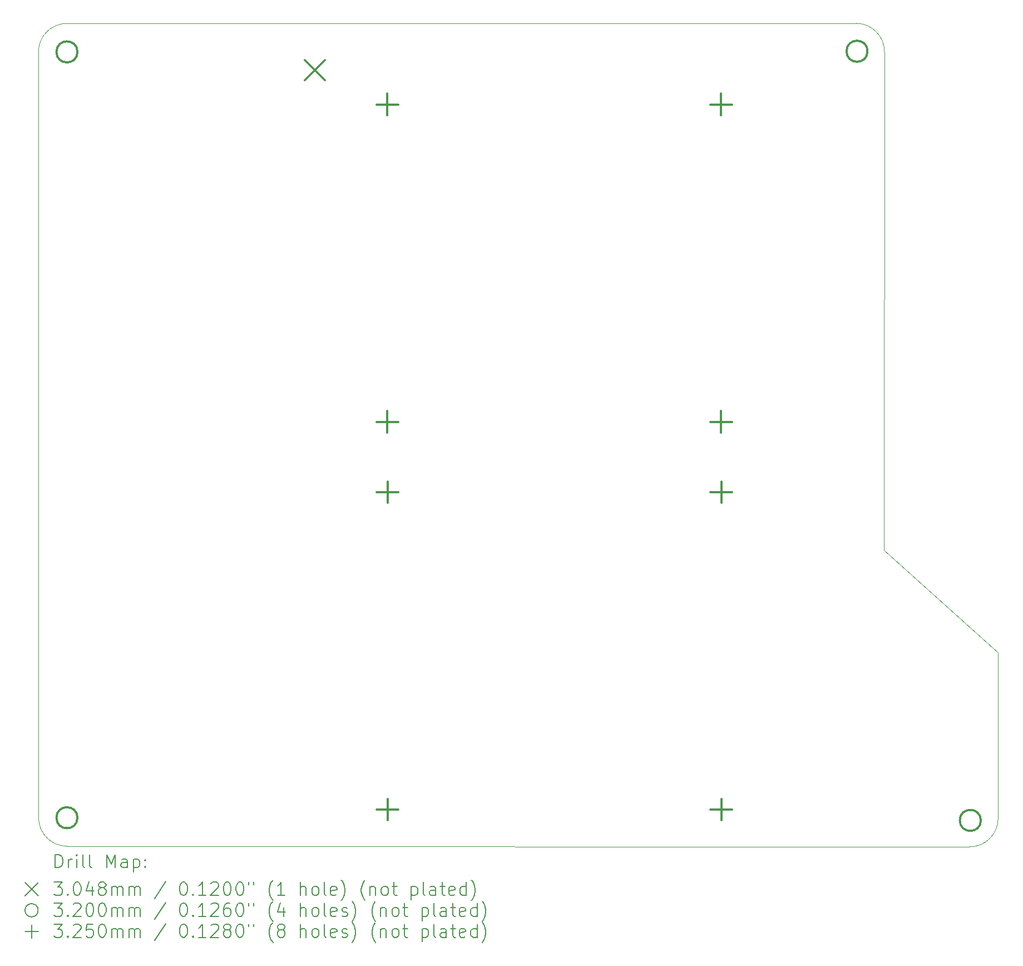
<source format=gbr>
%TF.GenerationSoftware,KiCad,Pcbnew,9.0.4*%
%TF.CreationDate,2025-10-24T08:47:43-07:00*%
%TF.ProjectId,Urban MC,55726261-6e20-44d4-932e-6b696361645f,rev?*%
%TF.SameCoordinates,Original*%
%TF.FileFunction,Drillmap*%
%TF.FilePolarity,Positive*%
%FSLAX45Y45*%
G04 Gerber Fmt 4.5, Leading zero omitted, Abs format (unit mm)*
G04 Created by KiCad (PCBNEW 9.0.4) date 2025-10-24 08:47:43*
%MOMM*%
%LPD*%
G01*
G04 APERTURE LIST*
%ADD10C,0.100000*%
%ADD11C,0.200000*%
%ADD12C,0.304800*%
%ADD13C,0.320000*%
%ADD14C,0.325000*%
G04 APERTURE END LIST*
D10*
X22140942Y-10861040D02*
X22145509Y-3287182D01*
X23876000Y-14945360D02*
X23875000Y-14585000D01*
X21714000Y-2855000D02*
G75*
G02*
X22146330Y-3287329I0J-432330D01*
G01*
X9269679Y-3288252D02*
X9271000Y-14935200D01*
X23876000Y-14945361D02*
G75*
G02*
X23444200Y-15377160I-431800J1D01*
G01*
X22140942Y-10861040D02*
X23876000Y-12423000D01*
X9702800Y-15367000D02*
G75*
G02*
X9271000Y-14935200I0J431800D01*
G01*
X21713179Y-2854853D02*
X9701479Y-2856452D01*
X23875000Y-14585000D02*
X23876000Y-12423000D01*
X9702800Y-15367000D02*
X23444200Y-15377160D01*
X9269679Y-3288252D02*
G75*
G02*
X9701479Y-2856449I431801J2D01*
G01*
D11*
D12*
X13324840Y-3410545D02*
X13629640Y-3715345D01*
X13629640Y-3410545D02*
X13324840Y-3715345D01*
D13*
X9862800Y-3289300D02*
G75*
G02*
X9542800Y-3289300I-160000J0D01*
G01*
X9542800Y-3289300D02*
G75*
G02*
X9862800Y-3289300I160000J0D01*
G01*
X9862800Y-14935200D02*
G75*
G02*
X9542800Y-14935200I-160000J0D01*
G01*
X9542800Y-14935200D02*
G75*
G02*
X9862800Y-14935200I160000J0D01*
G01*
X21888419Y-3279034D02*
G75*
G02*
X21568419Y-3279034I-160000J0D01*
G01*
X21568419Y-3279034D02*
G75*
G02*
X21888419Y-3279034I160000J0D01*
G01*
X23611708Y-14975344D02*
G75*
G02*
X23291708Y-14975344I-160000J0D01*
G01*
X23291708Y-14975344D02*
G75*
G02*
X23611708Y-14975344I160000J0D01*
G01*
D14*
X14580000Y-3926500D02*
X14580000Y-4251500D01*
X14417500Y-4089000D02*
X14742500Y-4089000D01*
X14580000Y-8752500D02*
X14580000Y-9077500D01*
X14417500Y-8915000D02*
X14742500Y-8915000D01*
X14581000Y-9822500D02*
X14581000Y-10147500D01*
X14418500Y-9985000D02*
X14743500Y-9985000D01*
X14581000Y-14648500D02*
X14581000Y-14973500D01*
X14418500Y-14811000D02*
X14743500Y-14811000D01*
X19660000Y-3926500D02*
X19660000Y-4251500D01*
X19497500Y-4089000D02*
X19822500Y-4089000D01*
X19660000Y-8752500D02*
X19660000Y-9077500D01*
X19497500Y-8915000D02*
X19822500Y-8915000D01*
X19661000Y-9822500D02*
X19661000Y-10147500D01*
X19498500Y-9985000D02*
X19823500Y-9985000D01*
X19661000Y-14648500D02*
X19661000Y-14973500D01*
X19498500Y-14811000D02*
X19823500Y-14811000D01*
D11*
X9525456Y-15693645D02*
X9525456Y-15493645D01*
X9525456Y-15493645D02*
X9573075Y-15493645D01*
X9573075Y-15493645D02*
X9601647Y-15503169D01*
X9601647Y-15503169D02*
X9620694Y-15522216D01*
X9620694Y-15522216D02*
X9630218Y-15541264D01*
X9630218Y-15541264D02*
X9639742Y-15579359D01*
X9639742Y-15579359D02*
X9639742Y-15607931D01*
X9639742Y-15607931D02*
X9630218Y-15646026D01*
X9630218Y-15646026D02*
X9620694Y-15665074D01*
X9620694Y-15665074D02*
X9601647Y-15684121D01*
X9601647Y-15684121D02*
X9573075Y-15693645D01*
X9573075Y-15693645D02*
X9525456Y-15693645D01*
X9725456Y-15693645D02*
X9725456Y-15560312D01*
X9725456Y-15598407D02*
X9734980Y-15579359D01*
X9734980Y-15579359D02*
X9744504Y-15569835D01*
X9744504Y-15569835D02*
X9763551Y-15560312D01*
X9763551Y-15560312D02*
X9782599Y-15560312D01*
X9849266Y-15693645D02*
X9849266Y-15560312D01*
X9849266Y-15493645D02*
X9839742Y-15503169D01*
X9839742Y-15503169D02*
X9849266Y-15512693D01*
X9849266Y-15512693D02*
X9858789Y-15503169D01*
X9858789Y-15503169D02*
X9849266Y-15493645D01*
X9849266Y-15493645D02*
X9849266Y-15512693D01*
X9973075Y-15693645D02*
X9954027Y-15684121D01*
X9954027Y-15684121D02*
X9944504Y-15665074D01*
X9944504Y-15665074D02*
X9944504Y-15493645D01*
X10077837Y-15693645D02*
X10058789Y-15684121D01*
X10058789Y-15684121D02*
X10049266Y-15665074D01*
X10049266Y-15665074D02*
X10049266Y-15493645D01*
X10306408Y-15693645D02*
X10306408Y-15493645D01*
X10306408Y-15493645D02*
X10373075Y-15636502D01*
X10373075Y-15636502D02*
X10439742Y-15493645D01*
X10439742Y-15493645D02*
X10439742Y-15693645D01*
X10620694Y-15693645D02*
X10620694Y-15588883D01*
X10620694Y-15588883D02*
X10611170Y-15569835D01*
X10611170Y-15569835D02*
X10592123Y-15560312D01*
X10592123Y-15560312D02*
X10554027Y-15560312D01*
X10554027Y-15560312D02*
X10534980Y-15569835D01*
X10620694Y-15684121D02*
X10601647Y-15693645D01*
X10601647Y-15693645D02*
X10554027Y-15693645D01*
X10554027Y-15693645D02*
X10534980Y-15684121D01*
X10534980Y-15684121D02*
X10525456Y-15665074D01*
X10525456Y-15665074D02*
X10525456Y-15646026D01*
X10525456Y-15646026D02*
X10534980Y-15626978D01*
X10534980Y-15626978D02*
X10554027Y-15617455D01*
X10554027Y-15617455D02*
X10601647Y-15617455D01*
X10601647Y-15617455D02*
X10620694Y-15607931D01*
X10715932Y-15560312D02*
X10715932Y-15760312D01*
X10715932Y-15569835D02*
X10734980Y-15560312D01*
X10734980Y-15560312D02*
X10773075Y-15560312D01*
X10773075Y-15560312D02*
X10792123Y-15569835D01*
X10792123Y-15569835D02*
X10801647Y-15579359D01*
X10801647Y-15579359D02*
X10811170Y-15598407D01*
X10811170Y-15598407D02*
X10811170Y-15655550D01*
X10811170Y-15655550D02*
X10801647Y-15674597D01*
X10801647Y-15674597D02*
X10792123Y-15684121D01*
X10792123Y-15684121D02*
X10773075Y-15693645D01*
X10773075Y-15693645D02*
X10734980Y-15693645D01*
X10734980Y-15693645D02*
X10715932Y-15684121D01*
X10896885Y-15674597D02*
X10906408Y-15684121D01*
X10906408Y-15684121D02*
X10896885Y-15693645D01*
X10896885Y-15693645D02*
X10887361Y-15684121D01*
X10887361Y-15684121D02*
X10896885Y-15674597D01*
X10896885Y-15674597D02*
X10896885Y-15693645D01*
X10896885Y-15569835D02*
X10906408Y-15579359D01*
X10906408Y-15579359D02*
X10896885Y-15588883D01*
X10896885Y-15588883D02*
X10887361Y-15579359D01*
X10887361Y-15579359D02*
X10896885Y-15569835D01*
X10896885Y-15569835D02*
X10896885Y-15588883D01*
X9064679Y-15922161D02*
X9264679Y-16122161D01*
X9264679Y-15922161D02*
X9064679Y-16122161D01*
X9506408Y-15913645D02*
X9630218Y-15913645D01*
X9630218Y-15913645D02*
X9563551Y-15989835D01*
X9563551Y-15989835D02*
X9592123Y-15989835D01*
X9592123Y-15989835D02*
X9611170Y-15999359D01*
X9611170Y-15999359D02*
X9620694Y-16008883D01*
X9620694Y-16008883D02*
X9630218Y-16027931D01*
X9630218Y-16027931D02*
X9630218Y-16075550D01*
X9630218Y-16075550D02*
X9620694Y-16094597D01*
X9620694Y-16094597D02*
X9611170Y-16104121D01*
X9611170Y-16104121D02*
X9592123Y-16113645D01*
X9592123Y-16113645D02*
X9534980Y-16113645D01*
X9534980Y-16113645D02*
X9515932Y-16104121D01*
X9515932Y-16104121D02*
X9506408Y-16094597D01*
X9715932Y-16094597D02*
X9725456Y-16104121D01*
X9725456Y-16104121D02*
X9715932Y-16113645D01*
X9715932Y-16113645D02*
X9706408Y-16104121D01*
X9706408Y-16104121D02*
X9715932Y-16094597D01*
X9715932Y-16094597D02*
X9715932Y-16113645D01*
X9849266Y-15913645D02*
X9868313Y-15913645D01*
X9868313Y-15913645D02*
X9887361Y-15923169D01*
X9887361Y-15923169D02*
X9896885Y-15932693D01*
X9896885Y-15932693D02*
X9906408Y-15951740D01*
X9906408Y-15951740D02*
X9915932Y-15989835D01*
X9915932Y-15989835D02*
X9915932Y-16037455D01*
X9915932Y-16037455D02*
X9906408Y-16075550D01*
X9906408Y-16075550D02*
X9896885Y-16094597D01*
X9896885Y-16094597D02*
X9887361Y-16104121D01*
X9887361Y-16104121D02*
X9868313Y-16113645D01*
X9868313Y-16113645D02*
X9849266Y-16113645D01*
X9849266Y-16113645D02*
X9830218Y-16104121D01*
X9830218Y-16104121D02*
X9820694Y-16094597D01*
X9820694Y-16094597D02*
X9811170Y-16075550D01*
X9811170Y-16075550D02*
X9801647Y-16037455D01*
X9801647Y-16037455D02*
X9801647Y-15989835D01*
X9801647Y-15989835D02*
X9811170Y-15951740D01*
X9811170Y-15951740D02*
X9820694Y-15932693D01*
X9820694Y-15932693D02*
X9830218Y-15923169D01*
X9830218Y-15923169D02*
X9849266Y-15913645D01*
X10087361Y-15980312D02*
X10087361Y-16113645D01*
X10039742Y-15904121D02*
X9992123Y-16046978D01*
X9992123Y-16046978D02*
X10115932Y-16046978D01*
X10220694Y-15999359D02*
X10201647Y-15989835D01*
X10201647Y-15989835D02*
X10192123Y-15980312D01*
X10192123Y-15980312D02*
X10182599Y-15961264D01*
X10182599Y-15961264D02*
X10182599Y-15951740D01*
X10182599Y-15951740D02*
X10192123Y-15932693D01*
X10192123Y-15932693D02*
X10201647Y-15923169D01*
X10201647Y-15923169D02*
X10220694Y-15913645D01*
X10220694Y-15913645D02*
X10258789Y-15913645D01*
X10258789Y-15913645D02*
X10277837Y-15923169D01*
X10277837Y-15923169D02*
X10287361Y-15932693D01*
X10287361Y-15932693D02*
X10296885Y-15951740D01*
X10296885Y-15951740D02*
X10296885Y-15961264D01*
X10296885Y-15961264D02*
X10287361Y-15980312D01*
X10287361Y-15980312D02*
X10277837Y-15989835D01*
X10277837Y-15989835D02*
X10258789Y-15999359D01*
X10258789Y-15999359D02*
X10220694Y-15999359D01*
X10220694Y-15999359D02*
X10201647Y-16008883D01*
X10201647Y-16008883D02*
X10192123Y-16018407D01*
X10192123Y-16018407D02*
X10182599Y-16037455D01*
X10182599Y-16037455D02*
X10182599Y-16075550D01*
X10182599Y-16075550D02*
X10192123Y-16094597D01*
X10192123Y-16094597D02*
X10201647Y-16104121D01*
X10201647Y-16104121D02*
X10220694Y-16113645D01*
X10220694Y-16113645D02*
X10258789Y-16113645D01*
X10258789Y-16113645D02*
X10277837Y-16104121D01*
X10277837Y-16104121D02*
X10287361Y-16094597D01*
X10287361Y-16094597D02*
X10296885Y-16075550D01*
X10296885Y-16075550D02*
X10296885Y-16037455D01*
X10296885Y-16037455D02*
X10287361Y-16018407D01*
X10287361Y-16018407D02*
X10277837Y-16008883D01*
X10277837Y-16008883D02*
X10258789Y-15999359D01*
X10382599Y-16113645D02*
X10382599Y-15980312D01*
X10382599Y-15999359D02*
X10392123Y-15989835D01*
X10392123Y-15989835D02*
X10411170Y-15980312D01*
X10411170Y-15980312D02*
X10439742Y-15980312D01*
X10439742Y-15980312D02*
X10458789Y-15989835D01*
X10458789Y-15989835D02*
X10468313Y-16008883D01*
X10468313Y-16008883D02*
X10468313Y-16113645D01*
X10468313Y-16008883D02*
X10477837Y-15989835D01*
X10477837Y-15989835D02*
X10496885Y-15980312D01*
X10496885Y-15980312D02*
X10525456Y-15980312D01*
X10525456Y-15980312D02*
X10544504Y-15989835D01*
X10544504Y-15989835D02*
X10554028Y-16008883D01*
X10554028Y-16008883D02*
X10554028Y-16113645D01*
X10649266Y-16113645D02*
X10649266Y-15980312D01*
X10649266Y-15999359D02*
X10658789Y-15989835D01*
X10658789Y-15989835D02*
X10677837Y-15980312D01*
X10677837Y-15980312D02*
X10706409Y-15980312D01*
X10706409Y-15980312D02*
X10725456Y-15989835D01*
X10725456Y-15989835D02*
X10734980Y-16008883D01*
X10734980Y-16008883D02*
X10734980Y-16113645D01*
X10734980Y-16008883D02*
X10744504Y-15989835D01*
X10744504Y-15989835D02*
X10763551Y-15980312D01*
X10763551Y-15980312D02*
X10792123Y-15980312D01*
X10792123Y-15980312D02*
X10811170Y-15989835D01*
X10811170Y-15989835D02*
X10820694Y-16008883D01*
X10820694Y-16008883D02*
X10820694Y-16113645D01*
X11211170Y-15904121D02*
X11039742Y-16161264D01*
X11468313Y-15913645D02*
X11487361Y-15913645D01*
X11487361Y-15913645D02*
X11506409Y-15923169D01*
X11506409Y-15923169D02*
X11515932Y-15932693D01*
X11515932Y-15932693D02*
X11525456Y-15951740D01*
X11525456Y-15951740D02*
X11534980Y-15989835D01*
X11534980Y-15989835D02*
X11534980Y-16037455D01*
X11534980Y-16037455D02*
X11525456Y-16075550D01*
X11525456Y-16075550D02*
X11515932Y-16094597D01*
X11515932Y-16094597D02*
X11506409Y-16104121D01*
X11506409Y-16104121D02*
X11487361Y-16113645D01*
X11487361Y-16113645D02*
X11468313Y-16113645D01*
X11468313Y-16113645D02*
X11449266Y-16104121D01*
X11449266Y-16104121D02*
X11439742Y-16094597D01*
X11439742Y-16094597D02*
X11430218Y-16075550D01*
X11430218Y-16075550D02*
X11420694Y-16037455D01*
X11420694Y-16037455D02*
X11420694Y-15989835D01*
X11420694Y-15989835D02*
X11430218Y-15951740D01*
X11430218Y-15951740D02*
X11439742Y-15932693D01*
X11439742Y-15932693D02*
X11449266Y-15923169D01*
X11449266Y-15923169D02*
X11468313Y-15913645D01*
X11620694Y-16094597D02*
X11630218Y-16104121D01*
X11630218Y-16104121D02*
X11620694Y-16113645D01*
X11620694Y-16113645D02*
X11611170Y-16104121D01*
X11611170Y-16104121D02*
X11620694Y-16094597D01*
X11620694Y-16094597D02*
X11620694Y-16113645D01*
X11820694Y-16113645D02*
X11706409Y-16113645D01*
X11763551Y-16113645D02*
X11763551Y-15913645D01*
X11763551Y-15913645D02*
X11744504Y-15942216D01*
X11744504Y-15942216D02*
X11725456Y-15961264D01*
X11725456Y-15961264D02*
X11706409Y-15970788D01*
X11896885Y-15932693D02*
X11906409Y-15923169D01*
X11906409Y-15923169D02*
X11925456Y-15913645D01*
X11925456Y-15913645D02*
X11973075Y-15913645D01*
X11973075Y-15913645D02*
X11992123Y-15923169D01*
X11992123Y-15923169D02*
X12001647Y-15932693D01*
X12001647Y-15932693D02*
X12011170Y-15951740D01*
X12011170Y-15951740D02*
X12011170Y-15970788D01*
X12011170Y-15970788D02*
X12001647Y-15999359D01*
X12001647Y-15999359D02*
X11887361Y-16113645D01*
X11887361Y-16113645D02*
X12011170Y-16113645D01*
X12134980Y-15913645D02*
X12154028Y-15913645D01*
X12154028Y-15913645D02*
X12173075Y-15923169D01*
X12173075Y-15923169D02*
X12182599Y-15932693D01*
X12182599Y-15932693D02*
X12192123Y-15951740D01*
X12192123Y-15951740D02*
X12201647Y-15989835D01*
X12201647Y-15989835D02*
X12201647Y-16037455D01*
X12201647Y-16037455D02*
X12192123Y-16075550D01*
X12192123Y-16075550D02*
X12182599Y-16094597D01*
X12182599Y-16094597D02*
X12173075Y-16104121D01*
X12173075Y-16104121D02*
X12154028Y-16113645D01*
X12154028Y-16113645D02*
X12134980Y-16113645D01*
X12134980Y-16113645D02*
X12115932Y-16104121D01*
X12115932Y-16104121D02*
X12106409Y-16094597D01*
X12106409Y-16094597D02*
X12096885Y-16075550D01*
X12096885Y-16075550D02*
X12087361Y-16037455D01*
X12087361Y-16037455D02*
X12087361Y-15989835D01*
X12087361Y-15989835D02*
X12096885Y-15951740D01*
X12096885Y-15951740D02*
X12106409Y-15932693D01*
X12106409Y-15932693D02*
X12115932Y-15923169D01*
X12115932Y-15923169D02*
X12134980Y-15913645D01*
X12325456Y-15913645D02*
X12344504Y-15913645D01*
X12344504Y-15913645D02*
X12363551Y-15923169D01*
X12363551Y-15923169D02*
X12373075Y-15932693D01*
X12373075Y-15932693D02*
X12382599Y-15951740D01*
X12382599Y-15951740D02*
X12392123Y-15989835D01*
X12392123Y-15989835D02*
X12392123Y-16037455D01*
X12392123Y-16037455D02*
X12382599Y-16075550D01*
X12382599Y-16075550D02*
X12373075Y-16094597D01*
X12373075Y-16094597D02*
X12363551Y-16104121D01*
X12363551Y-16104121D02*
X12344504Y-16113645D01*
X12344504Y-16113645D02*
X12325456Y-16113645D01*
X12325456Y-16113645D02*
X12306409Y-16104121D01*
X12306409Y-16104121D02*
X12296885Y-16094597D01*
X12296885Y-16094597D02*
X12287361Y-16075550D01*
X12287361Y-16075550D02*
X12277837Y-16037455D01*
X12277837Y-16037455D02*
X12277837Y-15989835D01*
X12277837Y-15989835D02*
X12287361Y-15951740D01*
X12287361Y-15951740D02*
X12296885Y-15932693D01*
X12296885Y-15932693D02*
X12306409Y-15923169D01*
X12306409Y-15923169D02*
X12325456Y-15913645D01*
X12468313Y-15913645D02*
X12468313Y-15951740D01*
X12544504Y-15913645D02*
X12544504Y-15951740D01*
X12839742Y-16189835D02*
X12830218Y-16180312D01*
X12830218Y-16180312D02*
X12811171Y-16151740D01*
X12811171Y-16151740D02*
X12801647Y-16132693D01*
X12801647Y-16132693D02*
X12792123Y-16104121D01*
X12792123Y-16104121D02*
X12782599Y-16056502D01*
X12782599Y-16056502D02*
X12782599Y-16018407D01*
X12782599Y-16018407D02*
X12792123Y-15970788D01*
X12792123Y-15970788D02*
X12801647Y-15942216D01*
X12801647Y-15942216D02*
X12811171Y-15923169D01*
X12811171Y-15923169D02*
X12830218Y-15894597D01*
X12830218Y-15894597D02*
X12839742Y-15885074D01*
X13020694Y-16113645D02*
X12906409Y-16113645D01*
X12963551Y-16113645D02*
X12963551Y-15913645D01*
X12963551Y-15913645D02*
X12944504Y-15942216D01*
X12944504Y-15942216D02*
X12925456Y-15961264D01*
X12925456Y-15961264D02*
X12906409Y-15970788D01*
X13258790Y-16113645D02*
X13258790Y-15913645D01*
X13344504Y-16113645D02*
X13344504Y-16008883D01*
X13344504Y-16008883D02*
X13334980Y-15989835D01*
X13334980Y-15989835D02*
X13315933Y-15980312D01*
X13315933Y-15980312D02*
X13287361Y-15980312D01*
X13287361Y-15980312D02*
X13268313Y-15989835D01*
X13268313Y-15989835D02*
X13258790Y-15999359D01*
X13468313Y-16113645D02*
X13449266Y-16104121D01*
X13449266Y-16104121D02*
X13439742Y-16094597D01*
X13439742Y-16094597D02*
X13430218Y-16075550D01*
X13430218Y-16075550D02*
X13430218Y-16018407D01*
X13430218Y-16018407D02*
X13439742Y-15999359D01*
X13439742Y-15999359D02*
X13449266Y-15989835D01*
X13449266Y-15989835D02*
X13468313Y-15980312D01*
X13468313Y-15980312D02*
X13496885Y-15980312D01*
X13496885Y-15980312D02*
X13515933Y-15989835D01*
X13515933Y-15989835D02*
X13525456Y-15999359D01*
X13525456Y-15999359D02*
X13534980Y-16018407D01*
X13534980Y-16018407D02*
X13534980Y-16075550D01*
X13534980Y-16075550D02*
X13525456Y-16094597D01*
X13525456Y-16094597D02*
X13515933Y-16104121D01*
X13515933Y-16104121D02*
X13496885Y-16113645D01*
X13496885Y-16113645D02*
X13468313Y-16113645D01*
X13649266Y-16113645D02*
X13630218Y-16104121D01*
X13630218Y-16104121D02*
X13620694Y-16085074D01*
X13620694Y-16085074D02*
X13620694Y-15913645D01*
X13801647Y-16104121D02*
X13782599Y-16113645D01*
X13782599Y-16113645D02*
X13744504Y-16113645D01*
X13744504Y-16113645D02*
X13725456Y-16104121D01*
X13725456Y-16104121D02*
X13715933Y-16085074D01*
X13715933Y-16085074D02*
X13715933Y-16008883D01*
X13715933Y-16008883D02*
X13725456Y-15989835D01*
X13725456Y-15989835D02*
X13744504Y-15980312D01*
X13744504Y-15980312D02*
X13782599Y-15980312D01*
X13782599Y-15980312D02*
X13801647Y-15989835D01*
X13801647Y-15989835D02*
X13811171Y-16008883D01*
X13811171Y-16008883D02*
X13811171Y-16027931D01*
X13811171Y-16027931D02*
X13715933Y-16046978D01*
X13877837Y-16189835D02*
X13887361Y-16180312D01*
X13887361Y-16180312D02*
X13906409Y-16151740D01*
X13906409Y-16151740D02*
X13915933Y-16132693D01*
X13915933Y-16132693D02*
X13925456Y-16104121D01*
X13925456Y-16104121D02*
X13934980Y-16056502D01*
X13934980Y-16056502D02*
X13934980Y-16018407D01*
X13934980Y-16018407D02*
X13925456Y-15970788D01*
X13925456Y-15970788D02*
X13915933Y-15942216D01*
X13915933Y-15942216D02*
X13906409Y-15923169D01*
X13906409Y-15923169D02*
X13887361Y-15894597D01*
X13887361Y-15894597D02*
X13877837Y-15885074D01*
X14239742Y-16189835D02*
X14230218Y-16180312D01*
X14230218Y-16180312D02*
X14211171Y-16151740D01*
X14211171Y-16151740D02*
X14201647Y-16132693D01*
X14201647Y-16132693D02*
X14192123Y-16104121D01*
X14192123Y-16104121D02*
X14182599Y-16056502D01*
X14182599Y-16056502D02*
X14182599Y-16018407D01*
X14182599Y-16018407D02*
X14192123Y-15970788D01*
X14192123Y-15970788D02*
X14201647Y-15942216D01*
X14201647Y-15942216D02*
X14211171Y-15923169D01*
X14211171Y-15923169D02*
X14230218Y-15894597D01*
X14230218Y-15894597D02*
X14239742Y-15885074D01*
X14315933Y-15980312D02*
X14315933Y-16113645D01*
X14315933Y-15999359D02*
X14325456Y-15989835D01*
X14325456Y-15989835D02*
X14344504Y-15980312D01*
X14344504Y-15980312D02*
X14373075Y-15980312D01*
X14373075Y-15980312D02*
X14392123Y-15989835D01*
X14392123Y-15989835D02*
X14401647Y-16008883D01*
X14401647Y-16008883D02*
X14401647Y-16113645D01*
X14525456Y-16113645D02*
X14506409Y-16104121D01*
X14506409Y-16104121D02*
X14496885Y-16094597D01*
X14496885Y-16094597D02*
X14487361Y-16075550D01*
X14487361Y-16075550D02*
X14487361Y-16018407D01*
X14487361Y-16018407D02*
X14496885Y-15999359D01*
X14496885Y-15999359D02*
X14506409Y-15989835D01*
X14506409Y-15989835D02*
X14525456Y-15980312D01*
X14525456Y-15980312D02*
X14554028Y-15980312D01*
X14554028Y-15980312D02*
X14573075Y-15989835D01*
X14573075Y-15989835D02*
X14582599Y-15999359D01*
X14582599Y-15999359D02*
X14592123Y-16018407D01*
X14592123Y-16018407D02*
X14592123Y-16075550D01*
X14592123Y-16075550D02*
X14582599Y-16094597D01*
X14582599Y-16094597D02*
X14573075Y-16104121D01*
X14573075Y-16104121D02*
X14554028Y-16113645D01*
X14554028Y-16113645D02*
X14525456Y-16113645D01*
X14649266Y-15980312D02*
X14725456Y-15980312D01*
X14677837Y-15913645D02*
X14677837Y-16085074D01*
X14677837Y-16085074D02*
X14687361Y-16104121D01*
X14687361Y-16104121D02*
X14706409Y-16113645D01*
X14706409Y-16113645D02*
X14725456Y-16113645D01*
X14944504Y-15980312D02*
X14944504Y-16180312D01*
X14944504Y-15989835D02*
X14963552Y-15980312D01*
X14963552Y-15980312D02*
X15001647Y-15980312D01*
X15001647Y-15980312D02*
X15020695Y-15989835D01*
X15020695Y-15989835D02*
X15030218Y-15999359D01*
X15030218Y-15999359D02*
X15039742Y-16018407D01*
X15039742Y-16018407D02*
X15039742Y-16075550D01*
X15039742Y-16075550D02*
X15030218Y-16094597D01*
X15030218Y-16094597D02*
X15020695Y-16104121D01*
X15020695Y-16104121D02*
X15001647Y-16113645D01*
X15001647Y-16113645D02*
X14963552Y-16113645D01*
X14963552Y-16113645D02*
X14944504Y-16104121D01*
X15154028Y-16113645D02*
X15134980Y-16104121D01*
X15134980Y-16104121D02*
X15125456Y-16085074D01*
X15125456Y-16085074D02*
X15125456Y-15913645D01*
X15315933Y-16113645D02*
X15315933Y-16008883D01*
X15315933Y-16008883D02*
X15306409Y-15989835D01*
X15306409Y-15989835D02*
X15287361Y-15980312D01*
X15287361Y-15980312D02*
X15249266Y-15980312D01*
X15249266Y-15980312D02*
X15230218Y-15989835D01*
X15315933Y-16104121D02*
X15296885Y-16113645D01*
X15296885Y-16113645D02*
X15249266Y-16113645D01*
X15249266Y-16113645D02*
X15230218Y-16104121D01*
X15230218Y-16104121D02*
X15220695Y-16085074D01*
X15220695Y-16085074D02*
X15220695Y-16066026D01*
X15220695Y-16066026D02*
X15230218Y-16046978D01*
X15230218Y-16046978D02*
X15249266Y-16037455D01*
X15249266Y-16037455D02*
X15296885Y-16037455D01*
X15296885Y-16037455D02*
X15315933Y-16027931D01*
X15382599Y-15980312D02*
X15458790Y-15980312D01*
X15411171Y-15913645D02*
X15411171Y-16085074D01*
X15411171Y-16085074D02*
X15420695Y-16104121D01*
X15420695Y-16104121D02*
X15439742Y-16113645D01*
X15439742Y-16113645D02*
X15458790Y-16113645D01*
X15601647Y-16104121D02*
X15582599Y-16113645D01*
X15582599Y-16113645D02*
X15544504Y-16113645D01*
X15544504Y-16113645D02*
X15525456Y-16104121D01*
X15525456Y-16104121D02*
X15515933Y-16085074D01*
X15515933Y-16085074D02*
X15515933Y-16008883D01*
X15515933Y-16008883D02*
X15525456Y-15989835D01*
X15525456Y-15989835D02*
X15544504Y-15980312D01*
X15544504Y-15980312D02*
X15582599Y-15980312D01*
X15582599Y-15980312D02*
X15601647Y-15989835D01*
X15601647Y-15989835D02*
X15611171Y-16008883D01*
X15611171Y-16008883D02*
X15611171Y-16027931D01*
X15611171Y-16027931D02*
X15515933Y-16046978D01*
X15782599Y-16113645D02*
X15782599Y-15913645D01*
X15782599Y-16104121D02*
X15763552Y-16113645D01*
X15763552Y-16113645D02*
X15725456Y-16113645D01*
X15725456Y-16113645D02*
X15706409Y-16104121D01*
X15706409Y-16104121D02*
X15696885Y-16094597D01*
X15696885Y-16094597D02*
X15687361Y-16075550D01*
X15687361Y-16075550D02*
X15687361Y-16018407D01*
X15687361Y-16018407D02*
X15696885Y-15999359D01*
X15696885Y-15999359D02*
X15706409Y-15989835D01*
X15706409Y-15989835D02*
X15725456Y-15980312D01*
X15725456Y-15980312D02*
X15763552Y-15980312D01*
X15763552Y-15980312D02*
X15782599Y-15989835D01*
X15858790Y-16189835D02*
X15868314Y-16180312D01*
X15868314Y-16180312D02*
X15887361Y-16151740D01*
X15887361Y-16151740D02*
X15896885Y-16132693D01*
X15896885Y-16132693D02*
X15906409Y-16104121D01*
X15906409Y-16104121D02*
X15915933Y-16056502D01*
X15915933Y-16056502D02*
X15915933Y-16018407D01*
X15915933Y-16018407D02*
X15906409Y-15970788D01*
X15906409Y-15970788D02*
X15896885Y-15942216D01*
X15896885Y-15942216D02*
X15887361Y-15923169D01*
X15887361Y-15923169D02*
X15868314Y-15894597D01*
X15868314Y-15894597D02*
X15858790Y-15885074D01*
X9264679Y-16342161D02*
G75*
G02*
X9064679Y-16342161I-100000J0D01*
G01*
X9064679Y-16342161D02*
G75*
G02*
X9264679Y-16342161I100000J0D01*
G01*
X9506408Y-16233645D02*
X9630218Y-16233645D01*
X9630218Y-16233645D02*
X9563551Y-16309835D01*
X9563551Y-16309835D02*
X9592123Y-16309835D01*
X9592123Y-16309835D02*
X9611170Y-16319359D01*
X9611170Y-16319359D02*
X9620694Y-16328883D01*
X9620694Y-16328883D02*
X9630218Y-16347931D01*
X9630218Y-16347931D02*
X9630218Y-16395550D01*
X9630218Y-16395550D02*
X9620694Y-16414597D01*
X9620694Y-16414597D02*
X9611170Y-16424121D01*
X9611170Y-16424121D02*
X9592123Y-16433645D01*
X9592123Y-16433645D02*
X9534980Y-16433645D01*
X9534980Y-16433645D02*
X9515932Y-16424121D01*
X9515932Y-16424121D02*
X9506408Y-16414597D01*
X9715932Y-16414597D02*
X9725456Y-16424121D01*
X9725456Y-16424121D02*
X9715932Y-16433645D01*
X9715932Y-16433645D02*
X9706408Y-16424121D01*
X9706408Y-16424121D02*
X9715932Y-16414597D01*
X9715932Y-16414597D02*
X9715932Y-16433645D01*
X9801647Y-16252693D02*
X9811170Y-16243169D01*
X9811170Y-16243169D02*
X9830218Y-16233645D01*
X9830218Y-16233645D02*
X9877837Y-16233645D01*
X9877837Y-16233645D02*
X9896885Y-16243169D01*
X9896885Y-16243169D02*
X9906408Y-16252693D01*
X9906408Y-16252693D02*
X9915932Y-16271740D01*
X9915932Y-16271740D02*
X9915932Y-16290788D01*
X9915932Y-16290788D02*
X9906408Y-16319359D01*
X9906408Y-16319359D02*
X9792123Y-16433645D01*
X9792123Y-16433645D02*
X9915932Y-16433645D01*
X10039742Y-16233645D02*
X10058789Y-16233645D01*
X10058789Y-16233645D02*
X10077837Y-16243169D01*
X10077837Y-16243169D02*
X10087361Y-16252693D01*
X10087361Y-16252693D02*
X10096885Y-16271740D01*
X10096885Y-16271740D02*
X10106408Y-16309835D01*
X10106408Y-16309835D02*
X10106408Y-16357455D01*
X10106408Y-16357455D02*
X10096885Y-16395550D01*
X10096885Y-16395550D02*
X10087361Y-16414597D01*
X10087361Y-16414597D02*
X10077837Y-16424121D01*
X10077837Y-16424121D02*
X10058789Y-16433645D01*
X10058789Y-16433645D02*
X10039742Y-16433645D01*
X10039742Y-16433645D02*
X10020694Y-16424121D01*
X10020694Y-16424121D02*
X10011170Y-16414597D01*
X10011170Y-16414597D02*
X10001647Y-16395550D01*
X10001647Y-16395550D02*
X9992123Y-16357455D01*
X9992123Y-16357455D02*
X9992123Y-16309835D01*
X9992123Y-16309835D02*
X10001647Y-16271740D01*
X10001647Y-16271740D02*
X10011170Y-16252693D01*
X10011170Y-16252693D02*
X10020694Y-16243169D01*
X10020694Y-16243169D02*
X10039742Y-16233645D01*
X10230218Y-16233645D02*
X10249266Y-16233645D01*
X10249266Y-16233645D02*
X10268313Y-16243169D01*
X10268313Y-16243169D02*
X10277837Y-16252693D01*
X10277837Y-16252693D02*
X10287361Y-16271740D01*
X10287361Y-16271740D02*
X10296885Y-16309835D01*
X10296885Y-16309835D02*
X10296885Y-16357455D01*
X10296885Y-16357455D02*
X10287361Y-16395550D01*
X10287361Y-16395550D02*
X10277837Y-16414597D01*
X10277837Y-16414597D02*
X10268313Y-16424121D01*
X10268313Y-16424121D02*
X10249266Y-16433645D01*
X10249266Y-16433645D02*
X10230218Y-16433645D01*
X10230218Y-16433645D02*
X10211170Y-16424121D01*
X10211170Y-16424121D02*
X10201647Y-16414597D01*
X10201647Y-16414597D02*
X10192123Y-16395550D01*
X10192123Y-16395550D02*
X10182599Y-16357455D01*
X10182599Y-16357455D02*
X10182599Y-16309835D01*
X10182599Y-16309835D02*
X10192123Y-16271740D01*
X10192123Y-16271740D02*
X10201647Y-16252693D01*
X10201647Y-16252693D02*
X10211170Y-16243169D01*
X10211170Y-16243169D02*
X10230218Y-16233645D01*
X10382599Y-16433645D02*
X10382599Y-16300312D01*
X10382599Y-16319359D02*
X10392123Y-16309835D01*
X10392123Y-16309835D02*
X10411170Y-16300312D01*
X10411170Y-16300312D02*
X10439742Y-16300312D01*
X10439742Y-16300312D02*
X10458789Y-16309835D01*
X10458789Y-16309835D02*
X10468313Y-16328883D01*
X10468313Y-16328883D02*
X10468313Y-16433645D01*
X10468313Y-16328883D02*
X10477837Y-16309835D01*
X10477837Y-16309835D02*
X10496885Y-16300312D01*
X10496885Y-16300312D02*
X10525456Y-16300312D01*
X10525456Y-16300312D02*
X10544504Y-16309835D01*
X10544504Y-16309835D02*
X10554028Y-16328883D01*
X10554028Y-16328883D02*
X10554028Y-16433645D01*
X10649266Y-16433645D02*
X10649266Y-16300312D01*
X10649266Y-16319359D02*
X10658789Y-16309835D01*
X10658789Y-16309835D02*
X10677837Y-16300312D01*
X10677837Y-16300312D02*
X10706409Y-16300312D01*
X10706409Y-16300312D02*
X10725456Y-16309835D01*
X10725456Y-16309835D02*
X10734980Y-16328883D01*
X10734980Y-16328883D02*
X10734980Y-16433645D01*
X10734980Y-16328883D02*
X10744504Y-16309835D01*
X10744504Y-16309835D02*
X10763551Y-16300312D01*
X10763551Y-16300312D02*
X10792123Y-16300312D01*
X10792123Y-16300312D02*
X10811170Y-16309835D01*
X10811170Y-16309835D02*
X10820694Y-16328883D01*
X10820694Y-16328883D02*
X10820694Y-16433645D01*
X11211170Y-16224121D02*
X11039742Y-16481264D01*
X11468313Y-16233645D02*
X11487361Y-16233645D01*
X11487361Y-16233645D02*
X11506409Y-16243169D01*
X11506409Y-16243169D02*
X11515932Y-16252693D01*
X11515932Y-16252693D02*
X11525456Y-16271740D01*
X11525456Y-16271740D02*
X11534980Y-16309835D01*
X11534980Y-16309835D02*
X11534980Y-16357455D01*
X11534980Y-16357455D02*
X11525456Y-16395550D01*
X11525456Y-16395550D02*
X11515932Y-16414597D01*
X11515932Y-16414597D02*
X11506409Y-16424121D01*
X11506409Y-16424121D02*
X11487361Y-16433645D01*
X11487361Y-16433645D02*
X11468313Y-16433645D01*
X11468313Y-16433645D02*
X11449266Y-16424121D01*
X11449266Y-16424121D02*
X11439742Y-16414597D01*
X11439742Y-16414597D02*
X11430218Y-16395550D01*
X11430218Y-16395550D02*
X11420694Y-16357455D01*
X11420694Y-16357455D02*
X11420694Y-16309835D01*
X11420694Y-16309835D02*
X11430218Y-16271740D01*
X11430218Y-16271740D02*
X11439742Y-16252693D01*
X11439742Y-16252693D02*
X11449266Y-16243169D01*
X11449266Y-16243169D02*
X11468313Y-16233645D01*
X11620694Y-16414597D02*
X11630218Y-16424121D01*
X11630218Y-16424121D02*
X11620694Y-16433645D01*
X11620694Y-16433645D02*
X11611170Y-16424121D01*
X11611170Y-16424121D02*
X11620694Y-16414597D01*
X11620694Y-16414597D02*
X11620694Y-16433645D01*
X11820694Y-16433645D02*
X11706409Y-16433645D01*
X11763551Y-16433645D02*
X11763551Y-16233645D01*
X11763551Y-16233645D02*
X11744504Y-16262216D01*
X11744504Y-16262216D02*
X11725456Y-16281264D01*
X11725456Y-16281264D02*
X11706409Y-16290788D01*
X11896885Y-16252693D02*
X11906409Y-16243169D01*
X11906409Y-16243169D02*
X11925456Y-16233645D01*
X11925456Y-16233645D02*
X11973075Y-16233645D01*
X11973075Y-16233645D02*
X11992123Y-16243169D01*
X11992123Y-16243169D02*
X12001647Y-16252693D01*
X12001647Y-16252693D02*
X12011170Y-16271740D01*
X12011170Y-16271740D02*
X12011170Y-16290788D01*
X12011170Y-16290788D02*
X12001647Y-16319359D01*
X12001647Y-16319359D02*
X11887361Y-16433645D01*
X11887361Y-16433645D02*
X12011170Y-16433645D01*
X12182599Y-16233645D02*
X12144504Y-16233645D01*
X12144504Y-16233645D02*
X12125456Y-16243169D01*
X12125456Y-16243169D02*
X12115932Y-16252693D01*
X12115932Y-16252693D02*
X12096885Y-16281264D01*
X12096885Y-16281264D02*
X12087361Y-16319359D01*
X12087361Y-16319359D02*
X12087361Y-16395550D01*
X12087361Y-16395550D02*
X12096885Y-16414597D01*
X12096885Y-16414597D02*
X12106409Y-16424121D01*
X12106409Y-16424121D02*
X12125456Y-16433645D01*
X12125456Y-16433645D02*
X12163551Y-16433645D01*
X12163551Y-16433645D02*
X12182599Y-16424121D01*
X12182599Y-16424121D02*
X12192123Y-16414597D01*
X12192123Y-16414597D02*
X12201647Y-16395550D01*
X12201647Y-16395550D02*
X12201647Y-16347931D01*
X12201647Y-16347931D02*
X12192123Y-16328883D01*
X12192123Y-16328883D02*
X12182599Y-16319359D01*
X12182599Y-16319359D02*
X12163551Y-16309835D01*
X12163551Y-16309835D02*
X12125456Y-16309835D01*
X12125456Y-16309835D02*
X12106409Y-16319359D01*
X12106409Y-16319359D02*
X12096885Y-16328883D01*
X12096885Y-16328883D02*
X12087361Y-16347931D01*
X12325456Y-16233645D02*
X12344504Y-16233645D01*
X12344504Y-16233645D02*
X12363551Y-16243169D01*
X12363551Y-16243169D02*
X12373075Y-16252693D01*
X12373075Y-16252693D02*
X12382599Y-16271740D01*
X12382599Y-16271740D02*
X12392123Y-16309835D01*
X12392123Y-16309835D02*
X12392123Y-16357455D01*
X12392123Y-16357455D02*
X12382599Y-16395550D01*
X12382599Y-16395550D02*
X12373075Y-16414597D01*
X12373075Y-16414597D02*
X12363551Y-16424121D01*
X12363551Y-16424121D02*
X12344504Y-16433645D01*
X12344504Y-16433645D02*
X12325456Y-16433645D01*
X12325456Y-16433645D02*
X12306409Y-16424121D01*
X12306409Y-16424121D02*
X12296885Y-16414597D01*
X12296885Y-16414597D02*
X12287361Y-16395550D01*
X12287361Y-16395550D02*
X12277837Y-16357455D01*
X12277837Y-16357455D02*
X12277837Y-16309835D01*
X12277837Y-16309835D02*
X12287361Y-16271740D01*
X12287361Y-16271740D02*
X12296885Y-16252693D01*
X12296885Y-16252693D02*
X12306409Y-16243169D01*
X12306409Y-16243169D02*
X12325456Y-16233645D01*
X12468313Y-16233645D02*
X12468313Y-16271740D01*
X12544504Y-16233645D02*
X12544504Y-16271740D01*
X12839742Y-16509835D02*
X12830218Y-16500312D01*
X12830218Y-16500312D02*
X12811171Y-16471740D01*
X12811171Y-16471740D02*
X12801647Y-16452693D01*
X12801647Y-16452693D02*
X12792123Y-16424121D01*
X12792123Y-16424121D02*
X12782599Y-16376502D01*
X12782599Y-16376502D02*
X12782599Y-16338407D01*
X12782599Y-16338407D02*
X12792123Y-16290788D01*
X12792123Y-16290788D02*
X12801647Y-16262216D01*
X12801647Y-16262216D02*
X12811171Y-16243169D01*
X12811171Y-16243169D02*
X12830218Y-16214597D01*
X12830218Y-16214597D02*
X12839742Y-16205074D01*
X13001647Y-16300312D02*
X13001647Y-16433645D01*
X12954028Y-16224121D02*
X12906409Y-16366978D01*
X12906409Y-16366978D02*
X13030218Y-16366978D01*
X13258790Y-16433645D02*
X13258790Y-16233645D01*
X13344504Y-16433645D02*
X13344504Y-16328883D01*
X13344504Y-16328883D02*
X13334980Y-16309835D01*
X13334980Y-16309835D02*
X13315933Y-16300312D01*
X13315933Y-16300312D02*
X13287361Y-16300312D01*
X13287361Y-16300312D02*
X13268313Y-16309835D01*
X13268313Y-16309835D02*
X13258790Y-16319359D01*
X13468313Y-16433645D02*
X13449266Y-16424121D01*
X13449266Y-16424121D02*
X13439742Y-16414597D01*
X13439742Y-16414597D02*
X13430218Y-16395550D01*
X13430218Y-16395550D02*
X13430218Y-16338407D01*
X13430218Y-16338407D02*
X13439742Y-16319359D01*
X13439742Y-16319359D02*
X13449266Y-16309835D01*
X13449266Y-16309835D02*
X13468313Y-16300312D01*
X13468313Y-16300312D02*
X13496885Y-16300312D01*
X13496885Y-16300312D02*
X13515933Y-16309835D01*
X13515933Y-16309835D02*
X13525456Y-16319359D01*
X13525456Y-16319359D02*
X13534980Y-16338407D01*
X13534980Y-16338407D02*
X13534980Y-16395550D01*
X13534980Y-16395550D02*
X13525456Y-16414597D01*
X13525456Y-16414597D02*
X13515933Y-16424121D01*
X13515933Y-16424121D02*
X13496885Y-16433645D01*
X13496885Y-16433645D02*
X13468313Y-16433645D01*
X13649266Y-16433645D02*
X13630218Y-16424121D01*
X13630218Y-16424121D02*
X13620694Y-16405074D01*
X13620694Y-16405074D02*
X13620694Y-16233645D01*
X13801647Y-16424121D02*
X13782599Y-16433645D01*
X13782599Y-16433645D02*
X13744504Y-16433645D01*
X13744504Y-16433645D02*
X13725456Y-16424121D01*
X13725456Y-16424121D02*
X13715933Y-16405074D01*
X13715933Y-16405074D02*
X13715933Y-16328883D01*
X13715933Y-16328883D02*
X13725456Y-16309835D01*
X13725456Y-16309835D02*
X13744504Y-16300312D01*
X13744504Y-16300312D02*
X13782599Y-16300312D01*
X13782599Y-16300312D02*
X13801647Y-16309835D01*
X13801647Y-16309835D02*
X13811171Y-16328883D01*
X13811171Y-16328883D02*
X13811171Y-16347931D01*
X13811171Y-16347931D02*
X13715933Y-16366978D01*
X13887361Y-16424121D02*
X13906409Y-16433645D01*
X13906409Y-16433645D02*
X13944504Y-16433645D01*
X13944504Y-16433645D02*
X13963552Y-16424121D01*
X13963552Y-16424121D02*
X13973075Y-16405074D01*
X13973075Y-16405074D02*
X13973075Y-16395550D01*
X13973075Y-16395550D02*
X13963552Y-16376502D01*
X13963552Y-16376502D02*
X13944504Y-16366978D01*
X13944504Y-16366978D02*
X13915933Y-16366978D01*
X13915933Y-16366978D02*
X13896885Y-16357455D01*
X13896885Y-16357455D02*
X13887361Y-16338407D01*
X13887361Y-16338407D02*
X13887361Y-16328883D01*
X13887361Y-16328883D02*
X13896885Y-16309835D01*
X13896885Y-16309835D02*
X13915933Y-16300312D01*
X13915933Y-16300312D02*
X13944504Y-16300312D01*
X13944504Y-16300312D02*
X13963552Y-16309835D01*
X14039742Y-16509835D02*
X14049266Y-16500312D01*
X14049266Y-16500312D02*
X14068314Y-16471740D01*
X14068314Y-16471740D02*
X14077837Y-16452693D01*
X14077837Y-16452693D02*
X14087361Y-16424121D01*
X14087361Y-16424121D02*
X14096885Y-16376502D01*
X14096885Y-16376502D02*
X14096885Y-16338407D01*
X14096885Y-16338407D02*
X14087361Y-16290788D01*
X14087361Y-16290788D02*
X14077837Y-16262216D01*
X14077837Y-16262216D02*
X14068314Y-16243169D01*
X14068314Y-16243169D02*
X14049266Y-16214597D01*
X14049266Y-16214597D02*
X14039742Y-16205074D01*
X14401647Y-16509835D02*
X14392123Y-16500312D01*
X14392123Y-16500312D02*
X14373075Y-16471740D01*
X14373075Y-16471740D02*
X14363552Y-16452693D01*
X14363552Y-16452693D02*
X14354028Y-16424121D01*
X14354028Y-16424121D02*
X14344504Y-16376502D01*
X14344504Y-16376502D02*
X14344504Y-16338407D01*
X14344504Y-16338407D02*
X14354028Y-16290788D01*
X14354028Y-16290788D02*
X14363552Y-16262216D01*
X14363552Y-16262216D02*
X14373075Y-16243169D01*
X14373075Y-16243169D02*
X14392123Y-16214597D01*
X14392123Y-16214597D02*
X14401647Y-16205074D01*
X14477837Y-16300312D02*
X14477837Y-16433645D01*
X14477837Y-16319359D02*
X14487361Y-16309835D01*
X14487361Y-16309835D02*
X14506409Y-16300312D01*
X14506409Y-16300312D02*
X14534980Y-16300312D01*
X14534980Y-16300312D02*
X14554028Y-16309835D01*
X14554028Y-16309835D02*
X14563552Y-16328883D01*
X14563552Y-16328883D02*
X14563552Y-16433645D01*
X14687361Y-16433645D02*
X14668314Y-16424121D01*
X14668314Y-16424121D02*
X14658790Y-16414597D01*
X14658790Y-16414597D02*
X14649266Y-16395550D01*
X14649266Y-16395550D02*
X14649266Y-16338407D01*
X14649266Y-16338407D02*
X14658790Y-16319359D01*
X14658790Y-16319359D02*
X14668314Y-16309835D01*
X14668314Y-16309835D02*
X14687361Y-16300312D01*
X14687361Y-16300312D02*
X14715933Y-16300312D01*
X14715933Y-16300312D02*
X14734980Y-16309835D01*
X14734980Y-16309835D02*
X14744504Y-16319359D01*
X14744504Y-16319359D02*
X14754028Y-16338407D01*
X14754028Y-16338407D02*
X14754028Y-16395550D01*
X14754028Y-16395550D02*
X14744504Y-16414597D01*
X14744504Y-16414597D02*
X14734980Y-16424121D01*
X14734980Y-16424121D02*
X14715933Y-16433645D01*
X14715933Y-16433645D02*
X14687361Y-16433645D01*
X14811171Y-16300312D02*
X14887361Y-16300312D01*
X14839742Y-16233645D02*
X14839742Y-16405074D01*
X14839742Y-16405074D02*
X14849266Y-16424121D01*
X14849266Y-16424121D02*
X14868314Y-16433645D01*
X14868314Y-16433645D02*
X14887361Y-16433645D01*
X15106409Y-16300312D02*
X15106409Y-16500312D01*
X15106409Y-16309835D02*
X15125456Y-16300312D01*
X15125456Y-16300312D02*
X15163552Y-16300312D01*
X15163552Y-16300312D02*
X15182599Y-16309835D01*
X15182599Y-16309835D02*
X15192123Y-16319359D01*
X15192123Y-16319359D02*
X15201647Y-16338407D01*
X15201647Y-16338407D02*
X15201647Y-16395550D01*
X15201647Y-16395550D02*
X15192123Y-16414597D01*
X15192123Y-16414597D02*
X15182599Y-16424121D01*
X15182599Y-16424121D02*
X15163552Y-16433645D01*
X15163552Y-16433645D02*
X15125456Y-16433645D01*
X15125456Y-16433645D02*
X15106409Y-16424121D01*
X15315933Y-16433645D02*
X15296885Y-16424121D01*
X15296885Y-16424121D02*
X15287361Y-16405074D01*
X15287361Y-16405074D02*
X15287361Y-16233645D01*
X15477837Y-16433645D02*
X15477837Y-16328883D01*
X15477837Y-16328883D02*
X15468314Y-16309835D01*
X15468314Y-16309835D02*
X15449266Y-16300312D01*
X15449266Y-16300312D02*
X15411171Y-16300312D01*
X15411171Y-16300312D02*
X15392123Y-16309835D01*
X15477837Y-16424121D02*
X15458790Y-16433645D01*
X15458790Y-16433645D02*
X15411171Y-16433645D01*
X15411171Y-16433645D02*
X15392123Y-16424121D01*
X15392123Y-16424121D02*
X15382599Y-16405074D01*
X15382599Y-16405074D02*
X15382599Y-16386026D01*
X15382599Y-16386026D02*
X15392123Y-16366978D01*
X15392123Y-16366978D02*
X15411171Y-16357455D01*
X15411171Y-16357455D02*
X15458790Y-16357455D01*
X15458790Y-16357455D02*
X15477837Y-16347931D01*
X15544504Y-16300312D02*
X15620695Y-16300312D01*
X15573076Y-16233645D02*
X15573076Y-16405074D01*
X15573076Y-16405074D02*
X15582599Y-16424121D01*
X15582599Y-16424121D02*
X15601647Y-16433645D01*
X15601647Y-16433645D02*
X15620695Y-16433645D01*
X15763552Y-16424121D02*
X15744504Y-16433645D01*
X15744504Y-16433645D02*
X15706409Y-16433645D01*
X15706409Y-16433645D02*
X15687361Y-16424121D01*
X15687361Y-16424121D02*
X15677837Y-16405074D01*
X15677837Y-16405074D02*
X15677837Y-16328883D01*
X15677837Y-16328883D02*
X15687361Y-16309835D01*
X15687361Y-16309835D02*
X15706409Y-16300312D01*
X15706409Y-16300312D02*
X15744504Y-16300312D01*
X15744504Y-16300312D02*
X15763552Y-16309835D01*
X15763552Y-16309835D02*
X15773076Y-16328883D01*
X15773076Y-16328883D02*
X15773076Y-16347931D01*
X15773076Y-16347931D02*
X15677837Y-16366978D01*
X15944504Y-16433645D02*
X15944504Y-16233645D01*
X15944504Y-16424121D02*
X15925457Y-16433645D01*
X15925457Y-16433645D02*
X15887361Y-16433645D01*
X15887361Y-16433645D02*
X15868314Y-16424121D01*
X15868314Y-16424121D02*
X15858790Y-16414597D01*
X15858790Y-16414597D02*
X15849266Y-16395550D01*
X15849266Y-16395550D02*
X15849266Y-16338407D01*
X15849266Y-16338407D02*
X15858790Y-16319359D01*
X15858790Y-16319359D02*
X15868314Y-16309835D01*
X15868314Y-16309835D02*
X15887361Y-16300312D01*
X15887361Y-16300312D02*
X15925457Y-16300312D01*
X15925457Y-16300312D02*
X15944504Y-16309835D01*
X16020695Y-16509835D02*
X16030218Y-16500312D01*
X16030218Y-16500312D02*
X16049266Y-16471740D01*
X16049266Y-16471740D02*
X16058790Y-16452693D01*
X16058790Y-16452693D02*
X16068314Y-16424121D01*
X16068314Y-16424121D02*
X16077837Y-16376502D01*
X16077837Y-16376502D02*
X16077837Y-16338407D01*
X16077837Y-16338407D02*
X16068314Y-16290788D01*
X16068314Y-16290788D02*
X16058790Y-16262216D01*
X16058790Y-16262216D02*
X16049266Y-16243169D01*
X16049266Y-16243169D02*
X16030218Y-16214597D01*
X16030218Y-16214597D02*
X16020695Y-16205074D01*
X9164679Y-16562161D02*
X9164679Y-16762161D01*
X9064679Y-16662161D02*
X9264679Y-16662161D01*
X9506408Y-16553645D02*
X9630218Y-16553645D01*
X9630218Y-16553645D02*
X9563551Y-16629835D01*
X9563551Y-16629835D02*
X9592123Y-16629835D01*
X9592123Y-16629835D02*
X9611170Y-16639359D01*
X9611170Y-16639359D02*
X9620694Y-16648883D01*
X9620694Y-16648883D02*
X9630218Y-16667931D01*
X9630218Y-16667931D02*
X9630218Y-16715550D01*
X9630218Y-16715550D02*
X9620694Y-16734597D01*
X9620694Y-16734597D02*
X9611170Y-16744121D01*
X9611170Y-16744121D02*
X9592123Y-16753645D01*
X9592123Y-16753645D02*
X9534980Y-16753645D01*
X9534980Y-16753645D02*
X9515932Y-16744121D01*
X9515932Y-16744121D02*
X9506408Y-16734597D01*
X9715932Y-16734597D02*
X9725456Y-16744121D01*
X9725456Y-16744121D02*
X9715932Y-16753645D01*
X9715932Y-16753645D02*
X9706408Y-16744121D01*
X9706408Y-16744121D02*
X9715932Y-16734597D01*
X9715932Y-16734597D02*
X9715932Y-16753645D01*
X9801647Y-16572693D02*
X9811170Y-16563169D01*
X9811170Y-16563169D02*
X9830218Y-16553645D01*
X9830218Y-16553645D02*
X9877837Y-16553645D01*
X9877837Y-16553645D02*
X9896885Y-16563169D01*
X9896885Y-16563169D02*
X9906408Y-16572693D01*
X9906408Y-16572693D02*
X9915932Y-16591740D01*
X9915932Y-16591740D02*
X9915932Y-16610788D01*
X9915932Y-16610788D02*
X9906408Y-16639359D01*
X9906408Y-16639359D02*
X9792123Y-16753645D01*
X9792123Y-16753645D02*
X9915932Y-16753645D01*
X10096885Y-16553645D02*
X10001647Y-16553645D01*
X10001647Y-16553645D02*
X9992123Y-16648883D01*
X9992123Y-16648883D02*
X10001647Y-16639359D01*
X10001647Y-16639359D02*
X10020694Y-16629835D01*
X10020694Y-16629835D02*
X10068313Y-16629835D01*
X10068313Y-16629835D02*
X10087361Y-16639359D01*
X10087361Y-16639359D02*
X10096885Y-16648883D01*
X10096885Y-16648883D02*
X10106408Y-16667931D01*
X10106408Y-16667931D02*
X10106408Y-16715550D01*
X10106408Y-16715550D02*
X10096885Y-16734597D01*
X10096885Y-16734597D02*
X10087361Y-16744121D01*
X10087361Y-16744121D02*
X10068313Y-16753645D01*
X10068313Y-16753645D02*
X10020694Y-16753645D01*
X10020694Y-16753645D02*
X10001647Y-16744121D01*
X10001647Y-16744121D02*
X9992123Y-16734597D01*
X10230218Y-16553645D02*
X10249266Y-16553645D01*
X10249266Y-16553645D02*
X10268313Y-16563169D01*
X10268313Y-16563169D02*
X10277837Y-16572693D01*
X10277837Y-16572693D02*
X10287361Y-16591740D01*
X10287361Y-16591740D02*
X10296885Y-16629835D01*
X10296885Y-16629835D02*
X10296885Y-16677455D01*
X10296885Y-16677455D02*
X10287361Y-16715550D01*
X10287361Y-16715550D02*
X10277837Y-16734597D01*
X10277837Y-16734597D02*
X10268313Y-16744121D01*
X10268313Y-16744121D02*
X10249266Y-16753645D01*
X10249266Y-16753645D02*
X10230218Y-16753645D01*
X10230218Y-16753645D02*
X10211170Y-16744121D01*
X10211170Y-16744121D02*
X10201647Y-16734597D01*
X10201647Y-16734597D02*
X10192123Y-16715550D01*
X10192123Y-16715550D02*
X10182599Y-16677455D01*
X10182599Y-16677455D02*
X10182599Y-16629835D01*
X10182599Y-16629835D02*
X10192123Y-16591740D01*
X10192123Y-16591740D02*
X10201647Y-16572693D01*
X10201647Y-16572693D02*
X10211170Y-16563169D01*
X10211170Y-16563169D02*
X10230218Y-16553645D01*
X10382599Y-16753645D02*
X10382599Y-16620312D01*
X10382599Y-16639359D02*
X10392123Y-16629835D01*
X10392123Y-16629835D02*
X10411170Y-16620312D01*
X10411170Y-16620312D02*
X10439742Y-16620312D01*
X10439742Y-16620312D02*
X10458789Y-16629835D01*
X10458789Y-16629835D02*
X10468313Y-16648883D01*
X10468313Y-16648883D02*
X10468313Y-16753645D01*
X10468313Y-16648883D02*
X10477837Y-16629835D01*
X10477837Y-16629835D02*
X10496885Y-16620312D01*
X10496885Y-16620312D02*
X10525456Y-16620312D01*
X10525456Y-16620312D02*
X10544504Y-16629835D01*
X10544504Y-16629835D02*
X10554028Y-16648883D01*
X10554028Y-16648883D02*
X10554028Y-16753645D01*
X10649266Y-16753645D02*
X10649266Y-16620312D01*
X10649266Y-16639359D02*
X10658789Y-16629835D01*
X10658789Y-16629835D02*
X10677837Y-16620312D01*
X10677837Y-16620312D02*
X10706409Y-16620312D01*
X10706409Y-16620312D02*
X10725456Y-16629835D01*
X10725456Y-16629835D02*
X10734980Y-16648883D01*
X10734980Y-16648883D02*
X10734980Y-16753645D01*
X10734980Y-16648883D02*
X10744504Y-16629835D01*
X10744504Y-16629835D02*
X10763551Y-16620312D01*
X10763551Y-16620312D02*
X10792123Y-16620312D01*
X10792123Y-16620312D02*
X10811170Y-16629835D01*
X10811170Y-16629835D02*
X10820694Y-16648883D01*
X10820694Y-16648883D02*
X10820694Y-16753645D01*
X11211170Y-16544121D02*
X11039742Y-16801264D01*
X11468313Y-16553645D02*
X11487361Y-16553645D01*
X11487361Y-16553645D02*
X11506409Y-16563169D01*
X11506409Y-16563169D02*
X11515932Y-16572693D01*
X11515932Y-16572693D02*
X11525456Y-16591740D01*
X11525456Y-16591740D02*
X11534980Y-16629835D01*
X11534980Y-16629835D02*
X11534980Y-16677455D01*
X11534980Y-16677455D02*
X11525456Y-16715550D01*
X11525456Y-16715550D02*
X11515932Y-16734597D01*
X11515932Y-16734597D02*
X11506409Y-16744121D01*
X11506409Y-16744121D02*
X11487361Y-16753645D01*
X11487361Y-16753645D02*
X11468313Y-16753645D01*
X11468313Y-16753645D02*
X11449266Y-16744121D01*
X11449266Y-16744121D02*
X11439742Y-16734597D01*
X11439742Y-16734597D02*
X11430218Y-16715550D01*
X11430218Y-16715550D02*
X11420694Y-16677455D01*
X11420694Y-16677455D02*
X11420694Y-16629835D01*
X11420694Y-16629835D02*
X11430218Y-16591740D01*
X11430218Y-16591740D02*
X11439742Y-16572693D01*
X11439742Y-16572693D02*
X11449266Y-16563169D01*
X11449266Y-16563169D02*
X11468313Y-16553645D01*
X11620694Y-16734597D02*
X11630218Y-16744121D01*
X11630218Y-16744121D02*
X11620694Y-16753645D01*
X11620694Y-16753645D02*
X11611170Y-16744121D01*
X11611170Y-16744121D02*
X11620694Y-16734597D01*
X11620694Y-16734597D02*
X11620694Y-16753645D01*
X11820694Y-16753645D02*
X11706409Y-16753645D01*
X11763551Y-16753645D02*
X11763551Y-16553645D01*
X11763551Y-16553645D02*
X11744504Y-16582216D01*
X11744504Y-16582216D02*
X11725456Y-16601264D01*
X11725456Y-16601264D02*
X11706409Y-16610788D01*
X11896885Y-16572693D02*
X11906409Y-16563169D01*
X11906409Y-16563169D02*
X11925456Y-16553645D01*
X11925456Y-16553645D02*
X11973075Y-16553645D01*
X11973075Y-16553645D02*
X11992123Y-16563169D01*
X11992123Y-16563169D02*
X12001647Y-16572693D01*
X12001647Y-16572693D02*
X12011170Y-16591740D01*
X12011170Y-16591740D02*
X12011170Y-16610788D01*
X12011170Y-16610788D02*
X12001647Y-16639359D01*
X12001647Y-16639359D02*
X11887361Y-16753645D01*
X11887361Y-16753645D02*
X12011170Y-16753645D01*
X12125456Y-16639359D02*
X12106409Y-16629835D01*
X12106409Y-16629835D02*
X12096885Y-16620312D01*
X12096885Y-16620312D02*
X12087361Y-16601264D01*
X12087361Y-16601264D02*
X12087361Y-16591740D01*
X12087361Y-16591740D02*
X12096885Y-16572693D01*
X12096885Y-16572693D02*
X12106409Y-16563169D01*
X12106409Y-16563169D02*
X12125456Y-16553645D01*
X12125456Y-16553645D02*
X12163551Y-16553645D01*
X12163551Y-16553645D02*
X12182599Y-16563169D01*
X12182599Y-16563169D02*
X12192123Y-16572693D01*
X12192123Y-16572693D02*
X12201647Y-16591740D01*
X12201647Y-16591740D02*
X12201647Y-16601264D01*
X12201647Y-16601264D02*
X12192123Y-16620312D01*
X12192123Y-16620312D02*
X12182599Y-16629835D01*
X12182599Y-16629835D02*
X12163551Y-16639359D01*
X12163551Y-16639359D02*
X12125456Y-16639359D01*
X12125456Y-16639359D02*
X12106409Y-16648883D01*
X12106409Y-16648883D02*
X12096885Y-16658407D01*
X12096885Y-16658407D02*
X12087361Y-16677455D01*
X12087361Y-16677455D02*
X12087361Y-16715550D01*
X12087361Y-16715550D02*
X12096885Y-16734597D01*
X12096885Y-16734597D02*
X12106409Y-16744121D01*
X12106409Y-16744121D02*
X12125456Y-16753645D01*
X12125456Y-16753645D02*
X12163551Y-16753645D01*
X12163551Y-16753645D02*
X12182599Y-16744121D01*
X12182599Y-16744121D02*
X12192123Y-16734597D01*
X12192123Y-16734597D02*
X12201647Y-16715550D01*
X12201647Y-16715550D02*
X12201647Y-16677455D01*
X12201647Y-16677455D02*
X12192123Y-16658407D01*
X12192123Y-16658407D02*
X12182599Y-16648883D01*
X12182599Y-16648883D02*
X12163551Y-16639359D01*
X12325456Y-16553645D02*
X12344504Y-16553645D01*
X12344504Y-16553645D02*
X12363551Y-16563169D01*
X12363551Y-16563169D02*
X12373075Y-16572693D01*
X12373075Y-16572693D02*
X12382599Y-16591740D01*
X12382599Y-16591740D02*
X12392123Y-16629835D01*
X12392123Y-16629835D02*
X12392123Y-16677455D01*
X12392123Y-16677455D02*
X12382599Y-16715550D01*
X12382599Y-16715550D02*
X12373075Y-16734597D01*
X12373075Y-16734597D02*
X12363551Y-16744121D01*
X12363551Y-16744121D02*
X12344504Y-16753645D01*
X12344504Y-16753645D02*
X12325456Y-16753645D01*
X12325456Y-16753645D02*
X12306409Y-16744121D01*
X12306409Y-16744121D02*
X12296885Y-16734597D01*
X12296885Y-16734597D02*
X12287361Y-16715550D01*
X12287361Y-16715550D02*
X12277837Y-16677455D01*
X12277837Y-16677455D02*
X12277837Y-16629835D01*
X12277837Y-16629835D02*
X12287361Y-16591740D01*
X12287361Y-16591740D02*
X12296885Y-16572693D01*
X12296885Y-16572693D02*
X12306409Y-16563169D01*
X12306409Y-16563169D02*
X12325456Y-16553645D01*
X12468313Y-16553645D02*
X12468313Y-16591740D01*
X12544504Y-16553645D02*
X12544504Y-16591740D01*
X12839742Y-16829836D02*
X12830218Y-16820312D01*
X12830218Y-16820312D02*
X12811171Y-16791740D01*
X12811171Y-16791740D02*
X12801647Y-16772693D01*
X12801647Y-16772693D02*
X12792123Y-16744121D01*
X12792123Y-16744121D02*
X12782599Y-16696502D01*
X12782599Y-16696502D02*
X12782599Y-16658407D01*
X12782599Y-16658407D02*
X12792123Y-16610788D01*
X12792123Y-16610788D02*
X12801647Y-16582216D01*
X12801647Y-16582216D02*
X12811171Y-16563169D01*
X12811171Y-16563169D02*
X12830218Y-16534597D01*
X12830218Y-16534597D02*
X12839742Y-16525074D01*
X12944504Y-16639359D02*
X12925456Y-16629835D01*
X12925456Y-16629835D02*
X12915932Y-16620312D01*
X12915932Y-16620312D02*
X12906409Y-16601264D01*
X12906409Y-16601264D02*
X12906409Y-16591740D01*
X12906409Y-16591740D02*
X12915932Y-16572693D01*
X12915932Y-16572693D02*
X12925456Y-16563169D01*
X12925456Y-16563169D02*
X12944504Y-16553645D01*
X12944504Y-16553645D02*
X12982599Y-16553645D01*
X12982599Y-16553645D02*
X13001647Y-16563169D01*
X13001647Y-16563169D02*
X13011171Y-16572693D01*
X13011171Y-16572693D02*
X13020694Y-16591740D01*
X13020694Y-16591740D02*
X13020694Y-16601264D01*
X13020694Y-16601264D02*
X13011171Y-16620312D01*
X13011171Y-16620312D02*
X13001647Y-16629835D01*
X13001647Y-16629835D02*
X12982599Y-16639359D01*
X12982599Y-16639359D02*
X12944504Y-16639359D01*
X12944504Y-16639359D02*
X12925456Y-16648883D01*
X12925456Y-16648883D02*
X12915932Y-16658407D01*
X12915932Y-16658407D02*
X12906409Y-16677455D01*
X12906409Y-16677455D02*
X12906409Y-16715550D01*
X12906409Y-16715550D02*
X12915932Y-16734597D01*
X12915932Y-16734597D02*
X12925456Y-16744121D01*
X12925456Y-16744121D02*
X12944504Y-16753645D01*
X12944504Y-16753645D02*
X12982599Y-16753645D01*
X12982599Y-16753645D02*
X13001647Y-16744121D01*
X13001647Y-16744121D02*
X13011171Y-16734597D01*
X13011171Y-16734597D02*
X13020694Y-16715550D01*
X13020694Y-16715550D02*
X13020694Y-16677455D01*
X13020694Y-16677455D02*
X13011171Y-16658407D01*
X13011171Y-16658407D02*
X13001647Y-16648883D01*
X13001647Y-16648883D02*
X12982599Y-16639359D01*
X13258790Y-16753645D02*
X13258790Y-16553645D01*
X13344504Y-16753645D02*
X13344504Y-16648883D01*
X13344504Y-16648883D02*
X13334980Y-16629835D01*
X13334980Y-16629835D02*
X13315933Y-16620312D01*
X13315933Y-16620312D02*
X13287361Y-16620312D01*
X13287361Y-16620312D02*
X13268313Y-16629835D01*
X13268313Y-16629835D02*
X13258790Y-16639359D01*
X13468313Y-16753645D02*
X13449266Y-16744121D01*
X13449266Y-16744121D02*
X13439742Y-16734597D01*
X13439742Y-16734597D02*
X13430218Y-16715550D01*
X13430218Y-16715550D02*
X13430218Y-16658407D01*
X13430218Y-16658407D02*
X13439742Y-16639359D01*
X13439742Y-16639359D02*
X13449266Y-16629835D01*
X13449266Y-16629835D02*
X13468313Y-16620312D01*
X13468313Y-16620312D02*
X13496885Y-16620312D01*
X13496885Y-16620312D02*
X13515933Y-16629835D01*
X13515933Y-16629835D02*
X13525456Y-16639359D01*
X13525456Y-16639359D02*
X13534980Y-16658407D01*
X13534980Y-16658407D02*
X13534980Y-16715550D01*
X13534980Y-16715550D02*
X13525456Y-16734597D01*
X13525456Y-16734597D02*
X13515933Y-16744121D01*
X13515933Y-16744121D02*
X13496885Y-16753645D01*
X13496885Y-16753645D02*
X13468313Y-16753645D01*
X13649266Y-16753645D02*
X13630218Y-16744121D01*
X13630218Y-16744121D02*
X13620694Y-16725074D01*
X13620694Y-16725074D02*
X13620694Y-16553645D01*
X13801647Y-16744121D02*
X13782599Y-16753645D01*
X13782599Y-16753645D02*
X13744504Y-16753645D01*
X13744504Y-16753645D02*
X13725456Y-16744121D01*
X13725456Y-16744121D02*
X13715933Y-16725074D01*
X13715933Y-16725074D02*
X13715933Y-16648883D01*
X13715933Y-16648883D02*
X13725456Y-16629835D01*
X13725456Y-16629835D02*
X13744504Y-16620312D01*
X13744504Y-16620312D02*
X13782599Y-16620312D01*
X13782599Y-16620312D02*
X13801647Y-16629835D01*
X13801647Y-16629835D02*
X13811171Y-16648883D01*
X13811171Y-16648883D02*
X13811171Y-16667931D01*
X13811171Y-16667931D02*
X13715933Y-16686978D01*
X13887361Y-16744121D02*
X13906409Y-16753645D01*
X13906409Y-16753645D02*
X13944504Y-16753645D01*
X13944504Y-16753645D02*
X13963552Y-16744121D01*
X13963552Y-16744121D02*
X13973075Y-16725074D01*
X13973075Y-16725074D02*
X13973075Y-16715550D01*
X13973075Y-16715550D02*
X13963552Y-16696502D01*
X13963552Y-16696502D02*
X13944504Y-16686978D01*
X13944504Y-16686978D02*
X13915933Y-16686978D01*
X13915933Y-16686978D02*
X13896885Y-16677455D01*
X13896885Y-16677455D02*
X13887361Y-16658407D01*
X13887361Y-16658407D02*
X13887361Y-16648883D01*
X13887361Y-16648883D02*
X13896885Y-16629835D01*
X13896885Y-16629835D02*
X13915933Y-16620312D01*
X13915933Y-16620312D02*
X13944504Y-16620312D01*
X13944504Y-16620312D02*
X13963552Y-16629835D01*
X14039742Y-16829836D02*
X14049266Y-16820312D01*
X14049266Y-16820312D02*
X14068314Y-16791740D01*
X14068314Y-16791740D02*
X14077837Y-16772693D01*
X14077837Y-16772693D02*
X14087361Y-16744121D01*
X14087361Y-16744121D02*
X14096885Y-16696502D01*
X14096885Y-16696502D02*
X14096885Y-16658407D01*
X14096885Y-16658407D02*
X14087361Y-16610788D01*
X14087361Y-16610788D02*
X14077837Y-16582216D01*
X14077837Y-16582216D02*
X14068314Y-16563169D01*
X14068314Y-16563169D02*
X14049266Y-16534597D01*
X14049266Y-16534597D02*
X14039742Y-16525074D01*
X14401647Y-16829836D02*
X14392123Y-16820312D01*
X14392123Y-16820312D02*
X14373075Y-16791740D01*
X14373075Y-16791740D02*
X14363552Y-16772693D01*
X14363552Y-16772693D02*
X14354028Y-16744121D01*
X14354028Y-16744121D02*
X14344504Y-16696502D01*
X14344504Y-16696502D02*
X14344504Y-16658407D01*
X14344504Y-16658407D02*
X14354028Y-16610788D01*
X14354028Y-16610788D02*
X14363552Y-16582216D01*
X14363552Y-16582216D02*
X14373075Y-16563169D01*
X14373075Y-16563169D02*
X14392123Y-16534597D01*
X14392123Y-16534597D02*
X14401647Y-16525074D01*
X14477837Y-16620312D02*
X14477837Y-16753645D01*
X14477837Y-16639359D02*
X14487361Y-16629835D01*
X14487361Y-16629835D02*
X14506409Y-16620312D01*
X14506409Y-16620312D02*
X14534980Y-16620312D01*
X14534980Y-16620312D02*
X14554028Y-16629835D01*
X14554028Y-16629835D02*
X14563552Y-16648883D01*
X14563552Y-16648883D02*
X14563552Y-16753645D01*
X14687361Y-16753645D02*
X14668314Y-16744121D01*
X14668314Y-16744121D02*
X14658790Y-16734597D01*
X14658790Y-16734597D02*
X14649266Y-16715550D01*
X14649266Y-16715550D02*
X14649266Y-16658407D01*
X14649266Y-16658407D02*
X14658790Y-16639359D01*
X14658790Y-16639359D02*
X14668314Y-16629835D01*
X14668314Y-16629835D02*
X14687361Y-16620312D01*
X14687361Y-16620312D02*
X14715933Y-16620312D01*
X14715933Y-16620312D02*
X14734980Y-16629835D01*
X14734980Y-16629835D02*
X14744504Y-16639359D01*
X14744504Y-16639359D02*
X14754028Y-16658407D01*
X14754028Y-16658407D02*
X14754028Y-16715550D01*
X14754028Y-16715550D02*
X14744504Y-16734597D01*
X14744504Y-16734597D02*
X14734980Y-16744121D01*
X14734980Y-16744121D02*
X14715933Y-16753645D01*
X14715933Y-16753645D02*
X14687361Y-16753645D01*
X14811171Y-16620312D02*
X14887361Y-16620312D01*
X14839742Y-16553645D02*
X14839742Y-16725074D01*
X14839742Y-16725074D02*
X14849266Y-16744121D01*
X14849266Y-16744121D02*
X14868314Y-16753645D01*
X14868314Y-16753645D02*
X14887361Y-16753645D01*
X15106409Y-16620312D02*
X15106409Y-16820312D01*
X15106409Y-16629835D02*
X15125456Y-16620312D01*
X15125456Y-16620312D02*
X15163552Y-16620312D01*
X15163552Y-16620312D02*
X15182599Y-16629835D01*
X15182599Y-16629835D02*
X15192123Y-16639359D01*
X15192123Y-16639359D02*
X15201647Y-16658407D01*
X15201647Y-16658407D02*
X15201647Y-16715550D01*
X15201647Y-16715550D02*
X15192123Y-16734597D01*
X15192123Y-16734597D02*
X15182599Y-16744121D01*
X15182599Y-16744121D02*
X15163552Y-16753645D01*
X15163552Y-16753645D02*
X15125456Y-16753645D01*
X15125456Y-16753645D02*
X15106409Y-16744121D01*
X15315933Y-16753645D02*
X15296885Y-16744121D01*
X15296885Y-16744121D02*
X15287361Y-16725074D01*
X15287361Y-16725074D02*
X15287361Y-16553645D01*
X15477837Y-16753645D02*
X15477837Y-16648883D01*
X15477837Y-16648883D02*
X15468314Y-16629835D01*
X15468314Y-16629835D02*
X15449266Y-16620312D01*
X15449266Y-16620312D02*
X15411171Y-16620312D01*
X15411171Y-16620312D02*
X15392123Y-16629835D01*
X15477837Y-16744121D02*
X15458790Y-16753645D01*
X15458790Y-16753645D02*
X15411171Y-16753645D01*
X15411171Y-16753645D02*
X15392123Y-16744121D01*
X15392123Y-16744121D02*
X15382599Y-16725074D01*
X15382599Y-16725074D02*
X15382599Y-16706026D01*
X15382599Y-16706026D02*
X15392123Y-16686978D01*
X15392123Y-16686978D02*
X15411171Y-16677455D01*
X15411171Y-16677455D02*
X15458790Y-16677455D01*
X15458790Y-16677455D02*
X15477837Y-16667931D01*
X15544504Y-16620312D02*
X15620695Y-16620312D01*
X15573076Y-16553645D02*
X15573076Y-16725074D01*
X15573076Y-16725074D02*
X15582599Y-16744121D01*
X15582599Y-16744121D02*
X15601647Y-16753645D01*
X15601647Y-16753645D02*
X15620695Y-16753645D01*
X15763552Y-16744121D02*
X15744504Y-16753645D01*
X15744504Y-16753645D02*
X15706409Y-16753645D01*
X15706409Y-16753645D02*
X15687361Y-16744121D01*
X15687361Y-16744121D02*
X15677837Y-16725074D01*
X15677837Y-16725074D02*
X15677837Y-16648883D01*
X15677837Y-16648883D02*
X15687361Y-16629835D01*
X15687361Y-16629835D02*
X15706409Y-16620312D01*
X15706409Y-16620312D02*
X15744504Y-16620312D01*
X15744504Y-16620312D02*
X15763552Y-16629835D01*
X15763552Y-16629835D02*
X15773076Y-16648883D01*
X15773076Y-16648883D02*
X15773076Y-16667931D01*
X15773076Y-16667931D02*
X15677837Y-16686978D01*
X15944504Y-16753645D02*
X15944504Y-16553645D01*
X15944504Y-16744121D02*
X15925457Y-16753645D01*
X15925457Y-16753645D02*
X15887361Y-16753645D01*
X15887361Y-16753645D02*
X15868314Y-16744121D01*
X15868314Y-16744121D02*
X15858790Y-16734597D01*
X15858790Y-16734597D02*
X15849266Y-16715550D01*
X15849266Y-16715550D02*
X15849266Y-16658407D01*
X15849266Y-16658407D02*
X15858790Y-16639359D01*
X15858790Y-16639359D02*
X15868314Y-16629835D01*
X15868314Y-16629835D02*
X15887361Y-16620312D01*
X15887361Y-16620312D02*
X15925457Y-16620312D01*
X15925457Y-16620312D02*
X15944504Y-16629835D01*
X16020695Y-16829836D02*
X16030218Y-16820312D01*
X16030218Y-16820312D02*
X16049266Y-16791740D01*
X16049266Y-16791740D02*
X16058790Y-16772693D01*
X16058790Y-16772693D02*
X16068314Y-16744121D01*
X16068314Y-16744121D02*
X16077837Y-16696502D01*
X16077837Y-16696502D02*
X16077837Y-16658407D01*
X16077837Y-16658407D02*
X16068314Y-16610788D01*
X16068314Y-16610788D02*
X16058790Y-16582216D01*
X16058790Y-16582216D02*
X16049266Y-16563169D01*
X16049266Y-16563169D02*
X16030218Y-16534597D01*
X16030218Y-16534597D02*
X16020695Y-16525074D01*
M02*

</source>
